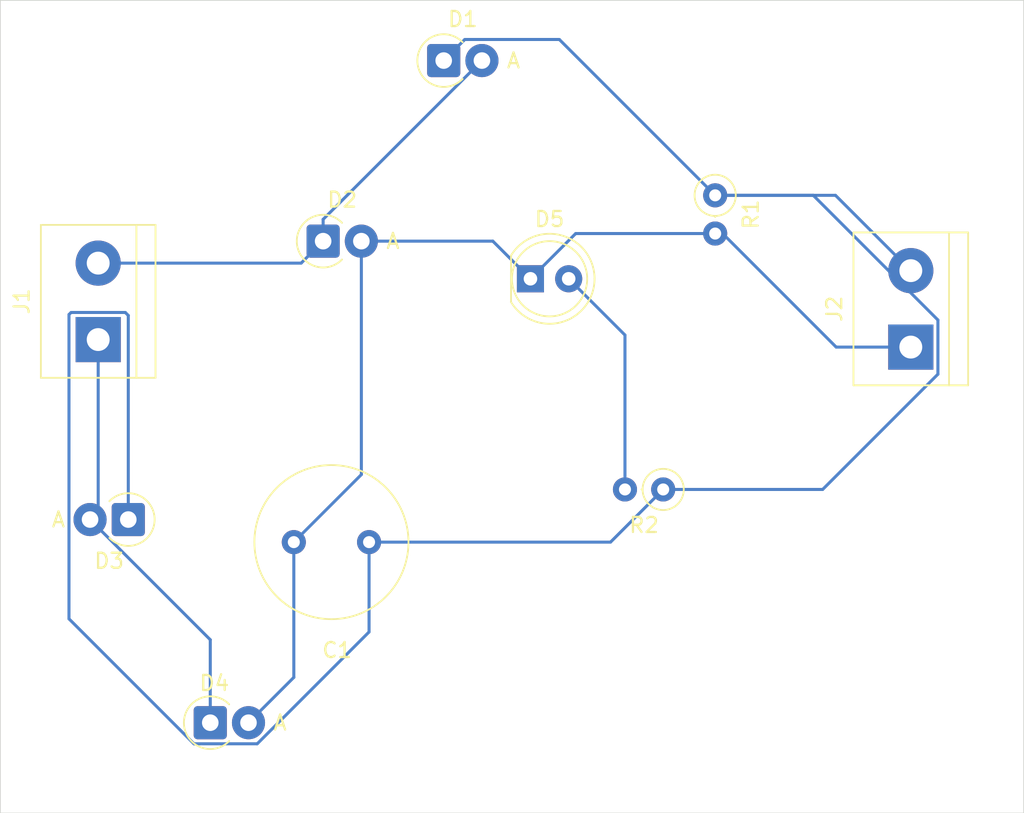
<source format=kicad_pcb>
(kicad_pcb (version 20241229) (generator "pcbnew") (generator_version "9.0")
  (layers (0 "F.Cu" signal) (2 "B.Cu" signal) (13 "F.Paste" user) (15 "B.Paste" user) (5 "F.SilkS" user "F.Silkscreen") (7 "B.SilkS" user "B.Silkscreen") (1 "F.Mask" user) (3 "B.Mask" user) (25 "Edge.Cuts" user))
  (net 0 "")
  (net 1 "Net-(D1-K)")
  (net 2 "GND")
  (net 3 "Net-(D1-A)")
  (net 4 "Net-(D3-A)")
  (net 5 "Net-(D5-A)")
  (footprint "Diode_THT:D_DO-41_SOD81_P2.54mm_Vertical_AnodeUp" (layer "F.Cu") (at 113.947818 95.5)
    (property "Reference" "D4" (at 0.27 -2.629365 0) (layer "F.SilkS"))
    (property "Value" "1N4007")
    (fp_arc (start 1.255517 1.22) (mid -1.750635 0) (end 1.255517 -1.22) (stroke (width 0.12)) (layer "F.SilkS"))
    (fp_text user "A" (at 4.64 0 0) (layer "F.SilkS"))
    (pad "1" thru_hole roundrect (at 0 0) (size 2.2 2.2) (drill 1.1) (layers "*.Cu" "*.Mask") (roundrect_rratio 0.113636) (net 4 "Net-(D3-A)"))
    (pad "2" thru_hole circle (at 2.54 0) (size 2.2 2.2) (drill 1.1) (layers "*.Cu" "*.Mask") (net 2 "GND"))
  )
  (footprint "Capacitor_THT:C_Radial_D10.0mm_H12.5mm_P5.00mm" (layer "F.Cu") (at 124.5 83.5 180)
    (property "Reference" "C1" (at 2.125635 -7.180555 0) (layer "F.SilkS"))
    (property "Value" "C")
    (fp_circle (center 2.5 0) (end 7.62 0) (stroke (width 0.12)) (fill no) (layer "F.SilkS"))
    (pad "1" thru_hole circle (at 0 0 180) (size 1.6 1.6) (drill 0.8) (layers "*.Cu" "*.Mask") (net 1 "Net-(D1-K)"))
    (pad "2" thru_hole circle (at 5 0 180) (size 1.6 1.6) (drill 0.8) (layers "*.Cu" "*.Mask") (net 2 "GND"))
  )
  (footprint "TerminalBlock:TerminalBlock_bornier-2_P5.08mm" (layer "F.Cu") (at 106.5 70.04 90)
    (property "Reference" "J1" (at 2.54 -5.08 90) (layer "F.SilkS"))
    (property "Value" "Screw_Terminal_01x02")
    (fp_line (start 7.62 -3.81) (end -2.54 -3.81) (stroke (width 0.12)) (layer "F.SilkS"))
    (fp_line (start -2.54 -3.81) (end -2.54 3.81) (stroke (width 0.12)) (layer "F.SilkS"))
    (fp_line (start 7.62 2.54) (end -2.54 2.54) (stroke (width 0.12)) (layer "F.SilkS"))
    (fp_line (start 7.62 3.81) (end 7.62 -3.81) (stroke (width 0.12)) (layer "F.SilkS"))
    (fp_line (start -2.54 3.81) (end 7.62 3.81) (stroke (width 0.12)) (layer "F.SilkS"))
    (pad "1" thru_hole rect (at 0 0 90) (size 3 3) (drill 1.52) (layers "*.Cu" "*.Mask") (net 4 "Net-(D3-A)"))
    (pad "2" thru_hole circle (at 5.08 0 90) (size 3 3) (drill 1.52) (layers "*.Cu" "*.Mask") (net 3 "Net-(D1-A)"))
  )
  (footprint "Diode_THT:D_DO-41_SOD81_P2.54mm_Vertical_AnodeUp" (layer "F.Cu") (at 121.447818 63.5)
    (property "Reference" "D2" (at 1.27 -2.750635 0) (layer "F.SilkS"))
    (property "Value" "1N4007")
    (fp_arc (start 1.255517 1.22) (mid -1.750635 0) (end 1.255517 -1.22) (stroke (width 0.12)) (layer "F.SilkS"))
    (fp_text user "A" (at 4.64 0 0) (layer "F.SilkS"))
    (pad "1" thru_hole roundrect (at 0 0) (size 2.2 2.2) (drill 1.1) (layers "*.Cu" "*.Mask") (roundrect_rratio 0.113636) (net 3 "Net-(D1-A)"))
    (pad "2" thru_hole circle (at 2.54 0) (size 2.2 2.2) (drill 1.1) (layers "*.Cu" "*.Mask") (net 2 "GND"))
  )
  (footprint "Resistor_THT:R_Axial_DIN0207_L6.3mm_D2.5mm_P2.54mm_Vertical" (layer "F.Cu") (at 144.045 80 180)
    (property "Reference" "R2" (at 1.27 -2.37 0) (layer "F.SilkS"))
    (property "Value" "R")
    (fp_line (start 1.37 0) (end 1.44 0) (stroke (width 0.12)) (layer "F.SilkS"))
    (fp_circle (center 0 0) (end 1.37 0) (stroke (width 0.12)) (fill no) (layer "F.SilkS"))
    (pad "1" thru_hole circle (at 0 0 180) (size 1.6 1.6) (drill 0.8) (layers "*.Cu" "*.Mask") (net 1 "Net-(D1-K)"))
    (pad "2" thru_hole circle (at 2.54 0 180) (size 1.6 1.6) (drill 0.8) (layers "*.Cu" "*.Mask") (net 5 "Net-(D5-A)"))
  )
  (footprint "LED_THT:LED_D5.0mm" (layer "F.Cu") (at 135.225 66)
    (property "Reference" "D5" (at 1.27 -3.96 0) (layer "F.SilkS"))
    (property "Value" "LED")
    (fp_line (start -1.29 -1.545) (end -1.29 1.545) (stroke (width 0.12)) (layer "F.SilkS"))
    (fp_arc (start -1.29 -1.54483) (mid 2.071779 -2.880495) (end 4.26 0) (stroke (width 0.12)) (layer "F.SilkS"))
    (fp_arc (start 4.26 0) (mid 2.071779 2.880495) (end -1.29 1.54483) (stroke (width 0.12)) (layer "F.SilkS"))
    (fp_circle (center 1.27 0) (end 3.77 0) (stroke (width 0.12)) (fill no) (layer "F.SilkS"))
    (pad "1" thru_hole rect (at 0 0) (size 1.8 1.8) (drill 0.9) (layers "*.Cu" "*.Mask") (net 2 "GND"))
    (pad "2" thru_hole circle (at 2.54 0) (size 1.8 1.8) (drill 0.9) (layers "*.Cu" "*.Mask") (net 5 "Net-(D5-A)"))
  )
  (footprint "TerminalBlock:TerminalBlock_bornier-2_P5.08mm" (layer "F.Cu") (at 160.5 70.54 90)
    (property "Reference" "J2" (at 2.54 -5.08 90) (layer "F.SilkS"))
    (property "Value" "Screw_Terminal_01x02")
    (fp_line (start 7.62 -3.81) (end -2.54 -3.81) (stroke (width 0.12)) (layer "F.SilkS"))
    (fp_line (start -2.54 -3.81) (end -2.54 3.81) (stroke (width 0.12)) (layer "F.SilkS"))
    (fp_line (start 7.62 2.54) (end -2.54 2.54) (stroke (width 0.12)) (layer "F.SilkS"))
    (fp_line (start 7.62 3.81) (end 7.62 -3.81) (stroke (width 0.12)) (layer "F.SilkS"))
    (fp_line (start -2.54 3.81) (end 7.62 3.81) (stroke (width 0.12)) (layer "F.SilkS"))
    (pad "1" thru_hole rect (at 0 0 90) (size 3 3) (drill 1.52) (layers "*.Cu" "*.Mask") (net 2 "GND"))
    (pad "2" thru_hole circle (at 5.08 0 90) (size 3 3) (drill 1.52) (layers "*.Cu" "*.Mask") (net 1 "Net-(D1-K)"))
  )
  (footprint "Diode_THT:D_DO-41_SOD81_P2.54mm_Vertical_AnodeUp" (layer "F.Cu") (at 129.46 51.5)
    (property "Reference" "D1" (at 1.27 -2.750635 0) (layer "F.SilkS"))
    (property "Value" "1N4007")
    (fp_arc (start 1.255517 1.22) (mid -1.750635 0) (end 1.255517 -1.22) (stroke (width 0.12)) (layer "F.SilkS"))
    (fp_text user "A" (at 4.64 0 0) (layer "F.SilkS"))
    (pad "1" thru_hole roundrect (at 0 0) (size 2.2 2.2) (drill 1.1) (layers "*.Cu" "*.Mask") (roundrect_rratio 0.113636) (net 1 "Net-(D1-K)"))
    (pad "2" thru_hole circle (at 2.54 0) (size 2.2 2.2) (drill 1.1) (layers "*.Cu" "*.Mask") (net 3 "Net-(D1-A)"))
  )
  (footprint "Resistor_THT:R_Axial_DIN0207_L6.3mm_D2.5mm_P2.54mm_Vertical" (layer "F.Cu") (at 147.5 60.455 -90)
    (property "Reference" "R1" (at 1.27 -2.37 90) (layer "F.SilkS"))
    (property "Value" "R")
    (fp_line (start 1.37 0) (end 1.44 0) (stroke (width 0.12)) (layer "F.SilkS"))
    (fp_circle (center 0 0) (end 1.37 0) (stroke (width 0.12)) (fill no) (layer "F.SilkS"))
    (pad "1" thru_hole circle (at 0 0 270) (size 1.6 1.6) (drill 0.8) (layers "*.Cu" "*.Mask") (net 1 "Net-(D1-K)"))
    (pad "2" thru_hole circle (at 2.54 0 270) (size 1.6 1.6) (drill 0.8) (layers "*.Cu" "*.Mask") (net 2 "GND"))
  )
  (footprint "Diode_THT:D_DO-41_SOD81_P2.54mm_Vertical_AnodeUp" (layer "F.Cu") (at 108.5 82 180)
    (property "Reference" "D3" (at 1.27 -2.750635 0) (layer "F.SilkS"))
    (property "Value" "1N4007")
    (fp_arc (start 1.255517 1.22) (mid -1.750635 0) (end 1.255517 -1.22) (stroke (width 0.12)) (layer "F.SilkS"))
    (fp_text user "A" (at 4.64 0 0) (layer "F.SilkS"))
    (pad "1" thru_hole roundrect (at 0 0 180) (size 2.2 2.2) (drill 1.1) (layers "*.Cu" "*.Mask") (roundrect_rratio 0.113636) (net 1 "Net-(D1-K)"))
    (pad "2" thru_hole circle (at 2.54 0 180) (size 2.2 2.2) (drill 1.1) (layers "*.Cu" "*.Mask") (net 4 "Net-(D3-A)"))
  )
  (gr_rect (start 100 47.5) (end 168 101.5) (stroke (width 0.05)) (fill no) (layer "Edge.Cuts"))
  (segment (start 155.495 60.455) (end 160.5 65.46) (width 0.2) (layer "B.Cu") (net 1))
  (segment (start 112.862658 96.901) (end 117.068132 96.901) (width 0.2) (layer "B.Cu") (net 1))
  (segment (start 104.559 68.379) (end 104.559 88.597342) (width 0.2) (layer "B.Cu") (net 1))
  (segment (start 124.5 89.469132) (end 124.5 83.5) (width 0.2) (layer "B.Cu") (net 1))
  (segment (start 108.5 68.438) (end 108.301 68.239) (width 0.2) (layer "B.Cu") (net 1))
  (segment (start 162.301 72.341) (end 162.301 68.739) (width 0.2) (layer "B.Cu") (net 1))
  (segment (start 144.045 80) (end 154.642 80) (width 0.2) (layer "B.Cu") (net 1))
  (segment (start 108.301 68.239) (end 104.699 68.239) (width 0.2) (layer "B.Cu") (net 1))
  (segment (start 104.699 68.239) (end 104.559 68.379) (width 0.2) (layer "B.Cu") (net 1))
  (segment (start 154.642 80) (end 162.301 72.341) (width 0.2) (layer "B.Cu") (net 1))
  (segment (start 104.559 88.597342) (end 112.862658 96.901) (width 0.2) (layer "B.Cu") (net 1))
  (segment (start 129.46 51.5) (end 130.861 50.099) (width 0.2) (layer "B.Cu") (net 1))
  (segment (start 130.861 50.099) (end 137.144 50.099) (width 0.2) (layer "B.Cu") (net 1))
  (segment (start 124.5 83.5) (end 140.545 83.5) (width 0.2) (layer "B.Cu") (net 1))
  (segment (start 117.068132 96.901) (end 124.5 89.469132) (width 0.2) (layer "B.Cu") (net 1))
  (segment (start 140.545 83.5) (end 144.045 80) (width 0.2) (layer "B.Cu") (net 1))
  (segment (start 137.144 50.099) (end 147.5 60.455) (width 0.2) (layer "B.Cu") (net 1))
  (segment (start 147.5 60.455) (end 155.495 60.455) (width 0.2) (layer "B.Cu") (net 1))
  (segment (start 162.301 68.739) (end 154.017 60.455) (width 0.2) (layer "B.Cu") (net 1))
  (segment (start 154.017 60.455) (end 147.5 60.455) (width 0.2) (layer "B.Cu") (net 1))
  (segment (start 108.5 82) (end 108.5 68.438) (width 0.2) (layer "B.Cu") (net 1))
  (segment (start 123.987818 79.012182) (end 119.5 83.5) (width 0.2) (layer "B.Cu") (net 2))
  (segment (start 119.5 83.5) (end 119.5 92.487818) (width 0.2) (layer "B.Cu") (net 2))
  (segment (start 123.987818 63.5) (end 132.725 63.5) (width 0.2) (layer "B.Cu") (net 2))
  (segment (start 147.995 62.995) (end 155.54 70.54) (width 0.2) (layer "B.Cu") (net 2))
  (segment (start 138.23 62.995) (end 147.5 62.995) (width 0.2) (layer "B.Cu") (net 2))
  (segment (start 147.5 62.995) (end 147.995 62.995) (width 0.2) (layer "B.Cu") (net 2))
  (segment (start 123.987818 63.5) (end 123.987818 79.012182) (width 0.2) (layer "B.Cu") (net 2))
  (segment (start 132.725 63.5) (end 135.225 66) (width 0.2) (layer "B.Cu") (net 2))
  (segment (start 119.5 92.487818) (end 116.487818 95.5) (width 0.2) (layer "B.Cu") (net 2))
  (segment (start 155.54 70.54) (end 160.5 70.54) (width 0.2) (layer "B.Cu") (net 2))
  (segment (start 135.225 66) (end 138.23 62.995) (width 0.2) (layer "B.Cu") (net 2))
  (segment (start 121.447818 62.052182) (end 132 51.5) (width 0.2) (layer "B.Cu") (net 3))
  (segment (start 121.447818 63.5) (end 121.447818 62.052182) (width 0.2) (layer "B.Cu") (net 3))
  (segment (start 119.987818 64.96) (end 121.447818 63.5) (width 0.2) (layer "B.Cu") (net 3))
  (segment (start 106.5 64.96) (end 119.987818 64.96) (width 0.2) (layer "B.Cu") (net 3))
  (segment (start 113.947818 89.987818) (end 105.96 82) (width 0.2) (layer "B.Cu") (net 4))
  (segment (start 113.947818 95.5) (end 113.947818 89.987818) (width 0.2) (layer "B.Cu") (net 4))
  (segment (start 106.5 70.04) (end 106.5 81.46) (width 0.2) (layer "B.Cu") (net 4))
  (segment (start 106.5 81.46) (end 105.96 82) (width 0.2) (layer "B.Cu") (net 4))
  (segment (start 141.505 69.74) (end 141.505 80) (width 0.2) (layer "B.Cu") (net 5))
  (segment (start 137.765 66) (end 141.505 69.74) (width 0.2) (layer "B.Cu") (net 5))
)
</source>
